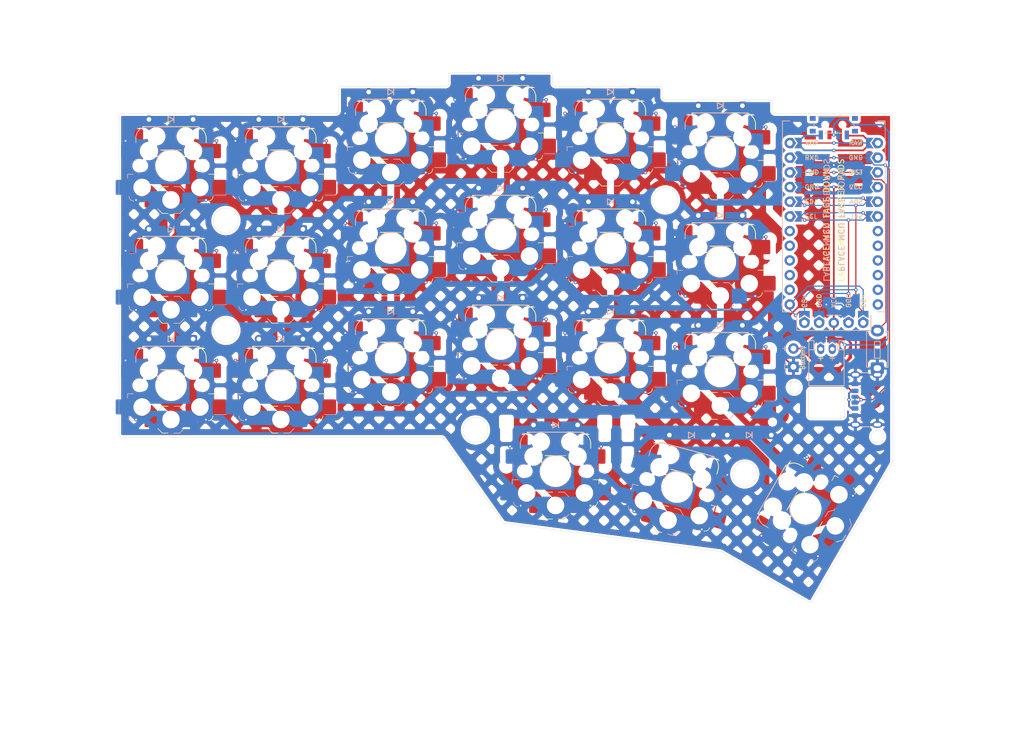
<source format=kicad_pcb>
(kicad_pcb (version 20240108) (generator "pcbnew") (generator_version "8.0")
  (layers (0 "F.Cu" signal) (31 "B.Cu" signal) (34 "B.Paste" user) (35 "F.Paste" user) (36 "B.SilkS" user "B.Silkscreen") (37 "F.SilkS" user "F.Silkscreen") (38 "B.Mask" user) (39 "F.Mask" user) (44 "Edge.Cuts" user))
  (net 0 "")
  (net 1 "row0")
  (net 2 "Net-(D1-A)")
  (net 3 "Net-(D2-A)")
  (net 4 "row1")
  (net 5 "Net-(D3-A)")
  (net 6 "row2")
  (net 7 "Net-(D4-A)")
  (net 8 "Net-(D5-A)")
  (net 9 "Net-(D6-A)")
  (net 10 "Net-(D7-A)")
  (net 11 "Net-(D8-A)")
  (net 12 "Net-(D9-A)")
  (net 13 "Net-(D10-A)")
  (net 14 "Net-(D11-A)")
  (net 15 "Net-(D12-A)")
  (net 16 "Net-(D13-A)")
  (net 17 "row3")
  (net 18 "Net-(D14-A)")
  (net 19 "Net-(D15-A)")
  (net 20 "Net-(D16-A)")
  (net 21 "Net-(D17-A)")
  (net 22 "Net-(D18-A)")
  (net 23 "Net-(D19-A)")
  (net 24 "Net-(D20-A)")
  (net 25 "Net-(D21-A)")
  (net 26 "battery")
  (net 27 "GND")
  (net 29 "VCC")
  (net 30 "SDA")
  (net 31 "SCL")
  (net 32 "CS")
  (net 33 "RAW")
  (net 34 "RST")
  (net 35 "col0")
  (net 36 "col1")
  (net 37 "col2")
  (net 38 "col3")
  (net 39 "col4")
  (net 40 "col5")
  (net 44 "RX")
  (net 46 "unconnected-(U1-D3-TX-Pad1)")
  (footprint "Project:Switch-MX_ChocV2-Reversible-Hotswap" (layer "F.Cu") (at 50 88)
    (property "Reference" "SW3" (hide yes))
    (property "Value" "SW_Push")
  )
  (footprint "Project:Switch-MX_ChocV2-Reversible-Hotswap" (layer "F.Cu") (at 145 47.625)
    (property "Reference" "SW18" (hide yes))
    (property "Value" "SW_Push")
  )
  (footprint "Project:Switch-MX_ChocV2-Reversible-Hotswap" (layer "F.Cu") (at 88 83.25)
    (property "Reference" "SW9" (hide yes))
    (property "Value" "SW_Push")
  )
  (footprint "Project:Switch-MX_ChocV2-Reversible-Hotswap" (layer "F.Cu") (at 69 50)
    (property "Reference" "SW4" (hide yes))
    (property "Value" "SW_Push")
  )
  (footprint "Project:Switch-MX_ChocV2-Reversible-Hotswap" (layer "F.Cu") (at 107 61.875)
    (property "Reference" "SW11" (hide yes))
    (property "Value" "SW_Push")
  )
  (footprint "Project:Switch-MX_ChocV2-Reversible-Hotswap" (layer "F.Cu") (at 50 69)
    (property "Reference" "SW2" (hide yes))
    (property "Value" "SW_Push")
  )
  (footprint "Project:Switch-MX_ChocV2-Reversible-Hotswap" (layer "F.Cu") (at 126 45.25)
    (property "Reference" "SW14" (hide yes))
    (property "Value" "SW_Push")
  )
  (footprint "Project:Switch-MX_ChocV2-Reversible-Hotswap" (layer "F.Cu") (at 88 64.25)
    (property "Reference" "SW8" (hide yes))
    (property "Value" "SW_Push")
  )
  (footprint "Project:Switch-MX_ChocV2-Reversible-Hotswap" (layer "F.Cu") (at 159.75 109.375 60)
    (property "Reference" "SW21" (hide yes))
    (property "Value" "SW_Push")
  )
  (footprint "Project:Switch-MX_ChocV2-Reversible-Hotswap" (layer "F.Cu") (at 137.5 105.625 -15)
    (property "Reference" "SW17" (hide yes))
    (property "Value" "SW_Push")
  )
  (footprint "Project:Switch-MX_ChocV2-Reversible-Hotswap" (layer "F.Cu") (at 50 50)
    (property "Reference" "SW1" (hide yes))
    (property "Value" "SW_Push")
  )
  (footprint "Project:Nice_View" (layer "F.Cu") (at 164.625 77.195)
    (property "Reference" "J2" (hide yes))
    (property "Value" "nice!view")
  )
  (footprint "Project:Pro_Micro-Reversible" (layer "F.Cu") (at 164.625 60.05)
    (property "Reference" "U1" (hide yes))
    (property "Value" "ProMicro")
  )
  (footprint "Project:Switch-MX_ChocV2-Reversible-Hotswap" (layer "F.Cu") (at 69 88)
    (property "Reference" "SW6" (hide yes))
    (property "Value" "SW_Push")
  )
  (footprint "Project:Switch-MX_ChocV2-Reversible-Hotswap" (layer "F.Cu") (at 69 69)
    (property "Reference" "SW5" (hide yes))
    (property "Value" "SW_Push")
  )
  (footprint "Project:JST_PH_S2B-PH-K_1x02_P2.00mm_Horizontal" (layer "F.Cu") (at 162.355 81.73)
    (property "Reference" "J1" (hide yes))
    (property "Value" "Battery Connector")
  )
  (footprint "Project:USB_C_Receptacle_GCT_USB4125-xx-x_6P_TopMnt_Horizontal" (layer "F.Cu") (at 171.35 90.495 90)
    (property "Reference" "J3" (hide yes))
    (property "Value" "USB_C_Receptacle_PowerOnly_6P")
  )
  (footprint "Project:Switch-MX_ChocV2-Reversible-Hotswap" (layer "F.Cu") (at 116.5 102.875)
    (property "Reference" "SW13" (hide yes))
    (property "Value" "SW_Push")
  )
  (footprint "Project:Battery Wire" (layer "F.Cu") (at 157.64 84.815 90)
    (property "Reference" "J4" (hide yes))
    (property "Value" "Battery Wire")
  )
  (footprint "Project:SW_PUSH_1P1T_6x3.5mm_H4.3_APEM_MJTP1243" (layer "F.Cu") (at 172.15 85.045 90)
    (property "Reference" "RSW1" (hide yes))
    (property "Value" "SW_Push")
  )
  (footprint "Project:Switch-MX_ChocV2-Reversible-Hotswap" (layer "F.Cu") (at 145 85.625)
    (property "Reference" "SW20" (hide yes))
    (property "Value" "SW_Push")
  )
  (footprint "Project:Switch-MX_ChocV2-Reversible-Hotswap" (layer "F.Cu") (at 107 42.875)
    (property "Reference" "SW10" (hide yes))
    (property "Value" "SW_Push")
  )
  (footprint "Project:Switch-MX_ChocV2-Reversible-Hotswap" (layer "F.Cu") (at 107 80.875)
    (property "Reference" "SW12" (hide yes))
    (property "Value" "SW_Push")
  )
  (footprint "Project:Switch-MX_ChocV2-Reversible-Hotswap" (layer "F.Cu") (at 126 83.25)
    (property "Reference" "SW16" (hide yes))
    (property "Value" "SW_Push")
  )
  (footprint "Project:Switch-MX_ChocV2-Reversible-Hotswap" (layer "F.Cu") (at 145 66.625)
    (property "Reference" "SW19" (hide yes))
    (property "Value" "SW_Push")
  )
  (footprint "Project:Switch-MX_ChocV2-Reversible-Hotswap" (layer "F.Cu") (at 126 64.25)
    (property "Reference" "SW15" (hide yes))
    (property "Value" "SW_Push")
  )
  (footprint "Project:Switch-MX_ChocV2-Reversible-Hotswap" (layer "F.Cu") (at 88 45.25)
    (property "Reference" "SW7" (hide yes))
    (property "Value" "SW_Push")
  )
  (footprint "Project:Diode-Reversible" (layer "B.Cu") (at 50 80 180)
    (property "Reference" "D3" (hide yes))
    (property "Value" "D")
  )
  (footprint "Project:Diode-Reversible" (layer "B.Cu") (at 145 77.625 180)
    (property "Reference" "D20" (hide yes))
    (property "Value" "D")
  )
  (footprint "Project:Diode-Reversible" (layer "B.Cu") (at 126 37.25 180)
    (property "Reference" "D14" (hide yes))
    (property "Value" "D")
  )
  (footprint "Project:Diode-Reversible" (layer "B.Cu") (at 107 53.875 180)
    (property "Reference" "D11" (hide yes))
    (property "Value" "D")
  )
  (footprint "Project:Diode-Reversible" (layer "B.Cu") (at 145 39.625 180)
    (property "Reference" "D18" (hide yes))
    (property "Value" "D")
  )
  (footprint "Project:Diode-Reversible" (layer "B.Cu") (at 69 42 180)
    (property "Reference" "D4" (hide yes))
    (property "Value" "D")
  )
  (footprint "Project:Diode-Reversible" (layer "B.Cu") (at 50 61 180)
    (property "Reference" "D2" (hide yes))
    (property "Value" "D")
  )
  (footprint "Project:Diode-Reversible" (layer "B.Cu") (at 107 72.875 180)
    (property "Reference" "D12" (hide yes))
    (property "Value" "D")
  )
  (footprint "Project:Diode-Reversible" (layer "B.Cu") (at 88 75.25 180)
    (property "Reference" "D9" (hide yes))
    (property "Value" "D")
  )
  (footprint "Project:Diode-Reversible" (layer "B.Cu") (at 150 96.625 180)
    (property "Reference" "D21" (hide yes))
    (property "Value" "D")
  )
  (footprint "Project:Diode-Reversible" (layer "B.Cu") (at 145 58.625 180)
    (property "Reference" "D19" (hide yes))
    (property "Value" "D")
  )
  (footprint "Project:Diode-Reversible" (layer "B.Cu") (at 116.5 94.875 180)
    (property "Reference" "D13" (hide yes))
    (property "Value" "D")
  )
  (footprint "Project:Diode-Reversible" (layer "B.Cu") (at 88 37.25 180)
    (property "Reference" "D7" (hide yes))
    (property "Value" "D")
  )
  (footprint "Project:Diode-Reversible" (layer "B.Cu") (at 126 75.25 180)
    (property "Reference" "D16" (hide yes))
    (property "Value" "D")
  )
  (footprint "Project:SW_SPDT_PCM12" (layer "B.Cu") (at 164.625 43.25)
    (property "Reference" "PSW1" (hide yes))
    (property "Value" "SW_SPDT")
  )
  (footprint "Project:Diode-Reversible" (layer "B.Cu") (at 50 42 180)
    (property "Reference" "D1" (hide yes))
    (property "Value" "D")
  )
  (footprint "Project:Diode-Reversible" (layer "B.Cu") (at 69 61 180)
    (property "Reference" "D5" (hide yes))
    (property "Value" "D")
  )
  (footprint "Project:Diode-Reversible" (layer "B.Cu") (at 107 34.875 180)
    (property "Reference" "D10" (hide yes))
    (property "Value" "D")
  )
  (footprint "Project:Diode-Reversible" (layer "B.Cu") (at 126 56.25 180)
    (property "Reference" "D15" (hide yes))
    (property "Value" "D")
  )
  (footprint "Project:Diode-Reversible" (layer "B.Cu") (at 88 56.25 180)
    (property "Reference" "D8" (hide yes))
    (property "Value" "D")
  )
  (footprint "Project:Diode-Reversible" (layer "B.Cu") (at 69 80 180)
    (property "Reference" "D6" (hide yes))
    (property "Value" "D")
  )
  (footprint "Project:Diode-Reversible" (layer "B.Cu") (at 140 96.625 180)
    (property "Reference" "D17" (hide yes))
    (property "Value" "D")
  )
  (gr_arc (start 98.000001 35.749998) (mid 97.853554 36.103553) (end 97.499999 36.25) (stroke (width 0.05)) (layer "Edge.Cuts"))
  (gr_line (start 107.717337 111.903383) (end 144.981882 116.769934) (stroke (width 0.05)) (layer "Edge.Cuts"))
  (gr_arc (start 78.999999 36.75) (mid 79.146446 36.396444) (end 79.500002 36.249999) (stroke (width 0.05)) (layer "Edge.Cuts"))
  (gr_circle (center 172.21 96.88) (end 173.31 96.88) (stroke (width 0.05)) (fill none) (layer "Edge.Cuts"))
  (gr_line (start 97.499999 36.25) (end 79.500002 36.249999) (stroke (width 0.05)) (layer "Edge.Cuts"))
  (gr_arc (start 107.717337 111.903383) (mid 107.523732 111.835674) (end 107.373599 111.695934) (stroke (width 0.05)) (layer "Edge.Cuts"))
  (gr_line (start 174.75 101.260262) (end 174.75 41.5) (stroke (width 0.05)) (layer "Edge.Cuts"))
  (gr_line (start 166.022 88.625) (end 160.688 88.625) (stroke (width 0.05)) (layer "Edge.Cuts"))
  (gr_line (start 154.000001 40.499999) (end 153.999999 39.125) (stroke (width 0.05)) (layer "Edge.Cuts"))
  (gr_arc (start 115.499999 33.874999) (mid 115.853553 34.021446) (end 116 34.375) (stroke (width 0.05)) (layer "Edge.Cuts"))
  (gr_line (start 78.499999 40.999999) (end 41.5 40.999998) (stroke (width 0.05)) (layer "Edge.Cuts"))
  (gr_arc (start 154.500002 40.999999) (mid 154.146449 40.853552) (end 154.000001 40.499999) (stroke (width 0.05)) (layer "Edge.Cuts"))
  (gr_line (start 153.499998 38.624999) (end 135.500001 38.624999) (stroke (width 0.05)) (layer "Edge.Cuts"))
  (gr_line (start 160.919229 125.349837) (end 174.683013 101.510263) (stroke (width 0.05)) (layer "Edge.Cuts"))
  (gr_circle (center 157.778 88.359) (end 158.878 88.359) (stroke (width 0.05)) (fill none) (layer "Edge.Cuts"))
  (gr_arc (start 96.740922 96.999999) (mid 96.970954 97.056056) (end 97.149407 97.211658) (stroke (width 0.05)) (layer "Edge.Cuts"))
  (gr_line (start 115.499999 33.874999) (end 98.5 33.874999) (stroke (width 0.05)) (layer "Edge.Cuts"))
  (gr_line (start 41 41.5) (end 41 96.499998) (stroke (width 0.05)) (layer "Edge.Cuts"))
  (gr_line (start 135 38.124998) (end 135 36.750001) (stroke (width 0.05)) (layer "Edge.Cuts"))
  (gr_arc (start 116.500002 36.249999) (mid 116.146448 36.103552) (end 116.000001 35.749998) (stroke (width 0.05)) (layer "Edge.Cuts"))
  (gr_arc (start 41.5 96.999999) (mid 41.146446 96.853552) (end 41 96.499998) (stroke (width 0.05)) (layer "Edge.Cuts"))
  (gr_line (start 134.499999 36.249999) (end 116.500002 36.249999) (stroke (width 0.05)) (layer "Edge.Cuts"))
  (gr_arc (start 174.75 101.260262) (mid 174.732963 101.389672) (end 174.683013 101.510263) (stroke (width 0.05)) (layer "Edge.Cuts"))
  (gr_line (start 97.149407 97.211658) (end 107.373599 111.695934) (stroke (width 0.05)) (layer "Edge.Cuts"))
  (gr_line (start 160.18 93.197) (end 160.18 89.133) (stroke (width 0.05)) (layer "Edge.Cuts"))
  (gr_circle (center 102.657 95.74) (end 104.807 95.74) (stroke (width 0.05)) (fill none) (layer "Edge.Cuts"))
  (gr_line (start 166.53 93.197) (end 166.53 89.133) (stroke (width 0.05)) (layer "Edge.Cuts"))
  (gr_arc (start 98 34.375) (mid 98.146447 34.021447) (end 98.5 33.874999) (stroke (width 0.05)) (layer "Edge.Cuts"))
  (gr_line (start 98 34.375) (end 98.000001 35.749998) (stroke (width 0.05)) (layer "Edge.Cuts"))
  (gr_circle (center 59.5 59.5) (end 61.65 59.5) (stroke (width 0.05)) (fill none) (layer "Edge.Cuts"))
  (gr_line (start 160.688 93.705) (end 166.022 93.705) (stroke (width 0.05)) (layer "Edge.Cuts"))
  (gr_circle (center 135.5 55.9375) (end 137.65 55.9375) (stroke (width 0.05)) (fill none) (layer "Edge.Cuts"))
  (gr_arc (start 166.022 88.625) (mid 166.38121 88.77379) (end 166.53 89.133) (stroke (width 0.05)) (layer "Edge.Cuts"))
  (gr_arc (start 135.500001 38.624999) (mid 135.146447 38.478552) (end 135 38.124998) (stroke (width 0.05)) (layer "Edge.Cuts"))
  (gr_arc (start 174.249999 40.999999) (mid 174.603553 41.146446) (end 174.75 41.5) (stroke (width 0.05)) (layer "Edge.Cuts"))
  (gr_line (start 41.5 96.999999) (end 96.740922 96.999999) (stroke (width 0.05)) (layer "Edge.Cuts"))
  (gr_line (start 78.999999 36.75) (end 78.999999 40.499998) (stroke (width 0.05)) (layer "Edge.Cuts"))
  (gr_arc (start 160.919229 125.349837) (mid 160.615627 125.582799) (end 160.236219 125.532849) (stroke (width 0.05)) (layer "Edge.Cuts"))
  (gr_line (start 145.167135 116.832712) (end 160.236219 125.532849) (stroke (width 0.05)) (layer "Edge.Cuts"))
  (gr_arc (start 166.53 93.197) (mid 166.38121 93.55621) (end 166.022 93.705) (stroke (width 0.05)) (layer "Edge.Cuts"))
  (gr_circle (center 59.5 78.5) (end 61.65 78.5) (stroke (width 0.05)) (fill none) (layer "Edge.Cuts"))
  (gr_circle (center 149.223 103.355) (end 151.373 103.355) (stroke (width 0.05)) (fill none) (layer "Edge.Cuts"))
  (gr_arc (start 144.981882 116.769934) (mid 145.077609 116.792175) (end 145.167135 116.832712) (stroke (width 0.05)) (layer "Edge.Cuts"))
  (gr_arc (start 41 41.5) (mid 41.146446 41.146446) (end 41.5 40.999998) (stroke (width 0.05)) (layer "Edge.Cuts"))
  (gr_arc (start 153.499998 38.624999) (mid 153.853552 38.771446) (end 153.999999 39.125) (stroke (width 0.05)) (layer "Edge.Cuts"))
  (gr_arc (start 160.688 93.705) (mid 160.32879 93.55621) (end 160.18 93.197) (stroke (width 0.05)) (layer "Edge.Cuts"))
  (gr_arc (start 160.18 89.133) (mid 160.32879 88.77379) (end 160.688 88.625) (stroke (width 0.05)) (layer "Edge.Cuts"))
  (gr_arc (start 78.999999 40.499998) (mid 78.853553 40.853552) (end 78.499999 40.999999) (stroke (width 0.05)) (layer "Edge.Cuts"))
  (gr_line (start 174.249999 40.999999) (end 154.500002 40.999999) (stroke (width 0.05)) (layer "Edge.Cuts"))
  (gr_line (start 116.000001 35.749998) (end 116 34.375) (stroke (width 0.05)) (layer "Edge.Cuts"))
  (gr_arc (start 134.499999 36.249999) (mid 134.853554 36.396446) (end 135 36.750001) (stroke (width 0.05)) (layer "Edge.Cuts"))
  (segment (start 164.625 44.68) (end 163.875 44.68) (width 0.3) (layer "F.Cu") (net 26))
  (segment (start 158.91 81.64) (end 157.64 81.64) (width 0.3) (layer "F.Cu") (net 26))
  (segment (start 166.53 81.005) (end 166.53 82.91) (width 0.3) (layer "F.Cu") (net 26))
  (segment (start 165.26 84.18) (end 161.45 84.18) (width 0.3) (layer "F.Cu") (net 26))
  (segment (start 161.45 84.18) (end 160.18 82.91) (width 0.3) (layer "F.Cu") (net 26))
  (segment (start 166.53 82.91) (end 165.26 84.18) (width 0.3) (layer "F.Cu") (net 26))
  (segment (start 160.18 82.91) (end 158.91 81.64) (width 0.3) (layer "F.Cu") (net 26))
  (segment (start 162.355 80.23) (end 160.955 80.23) (width 0.3) (layer "F.Cu") (net 26))
  (segment (start 160.18 81.005) (end 160.18 82.91) (width 0.3) (layer "F.Cu") (net 26))
  (segment (start 160.955 80.23) (end 160.18 81.005) (width 0.3) (layer "F.Cu") (net 26))
  (via (at 164.625 44.68) (size 0.6) (drill 0.3) (layers "F.Cu" "B.Cu") (net 26))
  (via (at 166.53 81.005) (size 0.6) (drill 0.3) (layers "F.Cu" "B.Cu") (net 26))
  (segment (start 172.88 42.905) (end 167.8 42.905) (width 0.3) (layer "B.Cu") (net 26))
  (segment (start 174.15 44.175) (end 172.88 42.905) (width 0.3) (layer "B.Cu") (net 26))
  (segment (start 164.625 44.68) (end 165.375 44.68) (width 0.3) (layer "B.Cu") (net 26))
  (segment (start 174.15 50.159239) (end 174.15 44.175) (width 0.3) (layer "B.Cu") (net 26))
  (segment (start 166.53 81.005) (end 172.88 81.005) (width 0.3) (layer "B.Cu") (net 26))
  (segment (start 165.5775 41.9525) (end 164.625 42.905) (width 0.3) (layer "B.Cu") (net 26))
  (segment (start 172.88 81.005) (end 173.95 79.935) (width 0.3) (layer "B.Cu") (net 26))
  (segment (start 173.95 79.935) (end 173.95 50.359239) (width 0.3) (layer "B.Cu") (net 26))
  (segment (start 164.625 42.905) (end 164.625 44.68) (width 0.3) (layer "B.Cu") (net 26))
  (segment (start 173.95 50.359239) (end 174.15 50.159239) (width 0.3) (layer "B.Cu") (net 26))
  (segment (start 166.8475 41.9525) (end 165.5775 41.9525) (width 0.3) (layer "B.Cu") (net 26))
  (segment (start 167.8 42.905) (end 166.8475 41.9525) (width 0.3) (layer "B.Cu") (net 26))
  (segment (start 165.755 80.23) (end 164.355 80.23) (width 0.3) (layer "B.Cu") (net 26))
  (segment (start 166.53 81.005) (end 165.755 80.23) (width 0.3) (layer "B.Cu") (net 26))
  (segment (start 158.91 50.525) (end 158.91 51.16) (width 0.3) (layer "F.Cu") (net 27))
  (segment (start 164.625 49.89) (end 159.545 49.89) (width 0.3) (layer "F.Cu") (net 27))
  (segment (start 160.815 74.02) (end 158.91 74.02) (width 0.3) (layer "F.Cu") (net 27))
  (segment (start 168.35 86.175) (end 168.27 86.255) (width 0.3) (layer "F.Cu") (net 27))
  (segment (start 162.085 75.29) (end 160.815 74.02) (width 0.3) (layer "F.Cu") (net 27))
  (segment (start 168.27 93.245) (end 168.27 94.735) (width 0.3) (layer "F.Cu") (net 27))
  (segment (start 164.625 49.89) (end 169.705 49.89) (width 0.3) (layer "F.Cu") (net 27))
  (segment (start 158.91 74.02) (end 157.005 75.925) (width 0.3) (layer "F.Cu") (net 27))
  (segment (start 168.27 86.255) (end 168.27 87.745) (width 0.3) (layer "F.Cu") (net 27))
  (segment (start 155.989 83.164) (end 157.64 84.815) (width 0.3) (layer "F.Cu") (net 27))
  (segment (start 162.733193 79.1) (end 163.354999 79.721806) (width 0.3) (layer "F.Cu") (net 27))
  (segment (start 157.64 79.1) (end 162.733193 79.1) (width 0.3) (layer "F.Cu") (net 27))
  (segment (start 163.354999 79.721806) (end 163.863193 80.23) (width 0.3) (layer "F.Cu") (net 27))
  (segment (start 163.863193 80.23) (end 164.355 80.23) (width 0.3) (layer "F.Cu") (net 27))
  (segment (start 155.989 79.481) (end 155.989 83.164) (width 0.3) (layer "F.Cu") (net 27))
  (segment (start 158.91 51.16) (end 158.91 53.7) (width 0.3) (layer "F.Cu") (net 27))
  (segment (start 163.34 74.035) (end 162.085 75.29) (width 0.3) (layer "F.Cu") (net 27))
  (segment (start 157.005 78.465) (end 157.64 79.1) (width 0.3) (layer "F.Cu") (net 27))
  (segment (start 169.705 49.89) (end 170.34 49.255) (width 0.3) (layer "F.Cu") (net 27))
  (segment (start 157.005 75.925) (end 157.005 78.465) (width 0.3) (layer "F.Cu") (net 27))
  (segment (start 159.545 49.89) (end 158.91 50.525) (width 0.3) (layer "F.Cu") (net 27))
  (segment (start 170.34 49.255) (end 170.34 48.62) (width 0.3) (layer "F.Cu") (net 27))
  (segment (start 168.27 94.735) (end 168.35 94.815) (width 0.3) (layer "F.Cu") (net 27))
  (segment (start 157.005 78.465) (end 155.989 79.481) (width 0.3) (layer "F.Cu") (net 27))
  (via (at 163.354999 79.721806) (size 0.6) (drill 0.3) (layers "F.Cu" "B.Cu") (net 27))
  (via (at 164.625 49.89) (size 0.6) (drill 0.3) (layers "F.Cu" "B.Cu") (net 27))
  (via (at 163.34 74.035) (size 0.6) (drill 0.3) (layers "F.Cu" "B.Cu") (net 27))
  (segment (start 165.91 74.035) (end 167.18 75.305) (width 0.3) (layer "B.Cu") (net 27))
  (segment (start 163.354999 79.721806) (end 162.846805 80.23) (width 0.3) (layer "B.Cu") (net 27))
  (segment (start 170.34 50.525) (end 170.34 51.16) (width 0.3) (layer "B.Cu") (net 27))
  (segment (start 168.27 86.255) (end 168.27 87.745) (width 0.3) (layer "B.Cu") (net 27))
  (segment (start 168.35 94.815) (end 168.27 94.735) (width 0.3) (layer "B.Cu") (net 27))
  (segment (start 164.625 49.89) (end 159.545 49.89) (width 0.3) (layer "B.Cu") (net 27))
  (segment (start 159.545 49.89) (end 158.91 49.255) (width 0.3) (layer "B.Cu") (net 27))
  (segment (start 169.705 49.89) (end 170.34 50.525) (width 0.3) (layer "B.Cu") (net 27))
  (segment (start 168.35 86.175) (end 172.15 86.175) (width 0.3) (layer "B.Cu") (net 27))
  (segment (start 172.15 86.175) (end 172.15 85.045) (width 0.3) (layer "B.Cu") (net 27))
  (segment (start 162.846805 80.23) (end 162.355 80.23) (width 0.3) (layer "B.Cu") (net 27))
  (segment (start 170.34 51.16) (end 170.34 53.7) (width 0.3) (layer "B.Cu") (net 27))
  (segment (start 163.34 74.035) (end 165.91 74.035) (width 0.3) (layer "B.Cu") (net 27))
  (segment (start 168.27 94.735) (end 168.27 93.245) (width 0.3) (layer "B.Cu") (net 27))
  (segment (start 168.35 86.175) (end 168.27 86.255) (width 0.3) (layer "B.Cu") (net 27))
  (segment (start 164.625 49.89) (end 169.705 49.89) (width 0.3) (layer "B.Cu") (net 27))
  (segment (start 158.91 49.255) (end 158.91 48.62) (width 0.3) (layer "B.Cu") (net 27))
  (segment (start 172.15 94.815) (end 168.35 94.815) (width 0.3) (layer "B.Cu") (net 27))
  (segment (start 167.25 90.495) (end 167.25 89.395) (width 0.3) (layer "F.Cu") (net 29))
  (segment (start 167.25 89.395) (end 167.67 88.975) (width 0.3) (layer "F.Cu") (net 29))
  (segment (start 167.67 88.975) (end 168.27 88.975) (width 0.3) (layer "F.Cu") (net 29))
  (segment (start 168.435 83.545) (end 166.53 85.45) (width 0.3) (layer "F.Cu") (net 29))
  (segment (start 164.625 77.195) (end 164.625 78.465) (width 0.3) (layer "F.Cu") (net 29))
  (segment (start 167.165 79.1) (end 168.435 80.37) (width 0.3) (layer "F.Cu") (net 29))
  (segment (start 167.25 91.595) (end 167.67 92.015) (width 0.3) (layer "F.Cu") (net 29))
  (segment (start 164.625 53.7) (end 164.625 77.195) (width 0.3) (layer "F.Cu") (net 29))
  (segment (start 167.67 92.015) (end 168.27 92.015) (width 0.3) (layer "F.Cu") (net 29))
  (segment (start 167.25 90.495) (end 167.25 91.595) (width 0.3) (layer "F.Cu") (net 29))
  (segment (start 165.26 79.1) (end 167.165 79.1) (width 0.3) (layer "F.Cu") (net 29))
  (segment (start 164.625 53.7) (end 164.61 53.715) (width 0.3) (layer "F.Cu") (net 29))
  (segment (start 164.625 78.465) (end 165.26 79.1) (width 0.3) (layer "F.Cu") (net 29))
  (segment (start 166.53 85.45) (end 166.53 87.835) (width 0.3) (layer "F.Cu") (net 29))
  (segment (start 166.53 87.835) (end 167.67 88.975) (width 0.3) (layer "F.Cu") (net 29))
  (segment (start 168.435 80.37) (end 168.435 83.545) (width 0.3) (layer "F.Cu") (net 29))
  (segment (start 170.34 53.7) (end 164.625 53.7) (width 0.3) (layer "F.Cu") (net 29))
  (via (at 164.625 53.7) (size 0.6) (drill 0.3) (layers "F.Cu" "B.Cu") (net 29))
  (via (at 167.25 90.495) (size 0.6) (drill 0.3) (layers "F.Cu" "B.Cu") (net 29))
  (segment (start 167.25 91.595) (end 167.25 90.495) (width 0.3) (layer "B.Cu") (net 29))
  (segment (start 167.25 90.495) (end 167.25 89.395) (width 0.3) (layer "B.Cu") (net 29))
  (segment (start 167.25 89.395) (end 167.67 88.975) (width 0.3) (layer "B.Cu") (net 29))
  (segment (start 168.27 92.015) (end 167.67 92.015) (width 0.3) (layer "B.Cu") (net 29))
  (segment (start 167.67 88.975) (end 168.27 88.975) (width 0.3) (layer "B.Cu") (net 29))
  (segment (start 167.67 92.015) (end 167.25 91.595) (width 0.3) (layer "B.Cu") (net 29))
  (segment (start 164.625 53.7) (end 158.91 53.7) (width 0.3) (layer "B.Cu") (net 29))
  (segment (start 168.435 74.02) (end 169.705 75.29) (width 0.2) (layer "F.Cu") (net 30))
  (segment (start 159.56 56.875) (end 159.545 56.875) (width 0.2) (layer "F.Cu") (net 30))
  (segment (start 168.435 71.48) (end 168.435 74.02) (width 0.2) (layer "F.Cu") (net 30))
  (segment (start 168.435 71.48) (end 168.435 56.875) (width 0.2) (layer "F.Cu") (net 30))
  (segment (start 159.545 56.875) (end 158.91 56.24) (width 0.2) (layer "F.Cu") (net 30))
  (via (at 159.56 56.875) (size 0.6) (drill 0.3) (layers "F.Cu" "B.Cu") (net 30))
  (via (at 168.435 56.875) (size 0.6) (drill 0.3) (layers "F.Cu" "B.Cu") (net 30))
  (via (at 168.435 71.48) (size 0.6) (drill 0.3) (layers "F.Cu" "B.Cu") (net 30))
  (segment (start 169.705 56.875) (end 170.34 56.24) (width 0.2) (layer "B.Cu") (net 30))
  (segment (start 168.435 56.875) (end 169.705 56.875) (width 0.2) (layer "B.Cu") (net 30))
  (segment (start 160.815 71.48) (end 159.545 72.75) (width 0.2) (layer "B.Cu") (net 30))
  (segment (start 159.545 72.75) (end 159.545 75.29) (width 0.2) (layer "B.Cu") (net 30))
  (segment (start 168.435 71.48) (end 160.815 71.48) (width 0.2) (layer "B.Cu") (net 30))
  (segment (start 159.56 56.875) (end 168.435 56.875) (width 0.2) (layer "B.Cu") (net 30))
  (segment (start 159.545 59.415) (end 158.91 58.78) (width 0.2) (layer "F.Cu") (net 31))
  (segment (start 167.165 59.415) (end 167.165 72.115) (width 0.2) (layer "F.Cu") (net 31))
  (segment (start 159.56 59.415) (end 159.545 59.415) (width 0.2) (layer "F.Cu") (net 31))
  (segment (start 167.165 75.29) (end 167.165 72.115) (width 0.2) (layer "F.Cu") (net 31))
  (via (at 167.165 59.415) (size 0.6) (drill 0.3) (layers "F.Cu" "B.Cu") (net 31))
  (via (at 167.165 72.115) (size 0.6) (drill 0.3) (layers "F.Cu" "B.Cu") (net 31))
  (via (at 159.56 59.415) (size 0.6) (drill 0.3) (layers "F.Cu" "B.Cu") (net 31))
  (segment (start 167.165 72.115) (end 162.72 72.115) (width 0.2) (layer "B.Cu") (net 31))
  (segment (start 162.72 72.115) (end 162.085 72.75) (width 0.2) (layer "B.Cu") (net 31))
  (segment (start 162.085 72.75) (end 162.085 75.29) (width 0.2) (layer "B.Cu") (net 31))
  (segment (start 159.56 59.415) (end 167.165 59.415) (width 0.2) (layer "B.Cu") (net 31))
  (segment (start 167.165 59.415) (end 169.705 59.415) (width 0.2) (layer "B.Cu") (net 31))
  (segment (start 169.705 59.415) (end 170.34 58.78) (width 0.2) (layer "B.Cu") (net 31))
  (segment (start 158.656 75.29) (end 159.545 75.29) (width 0.2) (layer "F.Cu") (net 32))
  (segment (start 158.021 75.925) (end 158.656 75.29) (width 0.2) (layer "F.Cu") (net 32))
  (via (at 158.021 75.925) (size 0.6) (drill 0.3) (layers "F.Cu" "B.Cu") (net 32))
  (segment (start 169.705 71.48) (end 169.705 75.29) (width 0.2) (layer "B.Cu") (net 32))
  (segment (start 157.005 74.02) (end 160.18 70.845) (width 0.2) (layer "B.Cu") (net 32))
  (segment (start 158.021 75.925) (end 157.005 74.909) (width 0.2) (layer "B.Cu") (net 32))
  (segment (start 160.18 70.845) (end 169.07 70.845) (width 0.2) (layer "B.Cu") (net 32))
  (segment (start 157.005 74.909) (end 157.005 74.02) (width 0.2) (layer "B.Cu") (net 32))
  (segment (start 169.07 70.845) (end 169.705 71.48) (width 0.2) (layer "B.Cu") (net 32))
  (segment (start 170.34 46.715) (end 170.34 46.08) (width 0.3) (layer "F.Cu") (net 33))
  (segment (start 167.005 44.81) (end 166.875 44.68) (width 0.3) (layer "F.Cu") (net 33))
  (segment (start 169.705 47.35) (end 170.34 46.715) (width 0.3) (layer "F.Cu") (net 33))
  (segment (start 170.34 46.08) (end 170.34 45.445) (width 0.3) (layer "F.Cu") (net 33))
  (segment (start 170.34 45.445) (end 169.705 44.81) (width 0.3) (layer "F.Cu") (net 33))
  (segment (start 169.705 44.81) (end 167.005 44.81) (width 0.3) (layer "F.Cu") (net 33))
  (segment (start 164.625 47.35) (end 169.705 47.35) (width 0.3) (layer "F.Cu") (net 33))
  (via (at 164.625 47.35) (size 0.6) (drill 0.3) (layers "F.Cu" "B.Cu") (net 33))
  (segment (start 162.375 44.68) (end 162.245 44.81) (width 0.3) (layer "B.Cu") (net 33))
  (segment (start 162.245 44.81) (end 159.545 44.81) (width 0.3) (layer "B.Cu") (net 33))
  (segment (start 159.545 47.35) (end 158.91 46.715) (width 0.3) (layer "B.Cu") (net 33))
  (segment (start 158.91 45.445) (end 158.91 46.08) (width 0.3) (layer "B.Cu") (net 33))
  (segment (start 159.545 44.81) (end 158.91 45.445) (width 0.3) (layer "B.Cu") (net 33))
  (segment (start 158.91 46.715) (end 158.91 46.08) (width 0.3) (layer "B.Cu") (net 33))
  (segment (start 164.625 47.35) (end 159.545 47.35) (width 0.3) (layer "B.Cu") (net 33))
  (segment (start 173.65 77.045) (end 172.15 78.545) (width 0.2) (layer "F.Cu") (net 34))
  (segment (start 170.34 51.16) (end 171.61 52.43) (width 0.2) (layer "F.Cu") (net 34))
  (segment (start 172.8425 52.43) (end 173.65 53.2375) (width 0.2) (layer "F.Cu") (net 34))
  (segment (start 170.34 51.16) (end 164.625 51.16) (width 0.2) (layer "F.Cu") (net 34))
  (segment (start 171.61 52.43) (end 172.8425 52.43) (width 0.2) (layer "F.Cu") (net 34))
  (segment (start 173.65 53.2375) (end 173.65 77.045) (width 0.2) (layer "F.Cu") (net 34))
  (via (at 164.625 51.16) (size 0.6) (drill 0.3) (layers "F.Cu" "B.Cu") (net 34))
  (segment (start 164.625 51.16) (end 158.91 51.16) (width 0.2) (layer "B.Cu") (net 34))
  (segment (start 169.705 55.605) (end 170.34 56.24) (width 0.2) (layer "F.Cu") (net 35))
  (segment (start 169.69 55.605) (end 169.705 55.605) (width 0.2) (layer "F.Cu") (net 35))
  (via (at 169.69 55.605) (size 0.6) (drill 0.3) (layers "F.Cu" "B.Cu") (net 35))
  (segment (start 159.545 55.605) (end 158.91 56.24) (width 0.2) (layer "B.Cu") (net 35))
  (segment (start 169.69 55.605) (end 159.545 55.605) (width 0.2) (layer "B.Cu") (net 35))
  (segment (start 169.705 58.145) (end 170.34 58.78) (width 0.2) (layer "F.Cu") (net 36))
  (segment (start 169.69 58.145) (end 169.705 58.145) (width 0.2) (layer "F.Cu") (net 36))
  (via (at 169.69 58.145) (size 0.6) (drill 0.3) (layers "F.Cu" "B.Cu") (net 36))
  (segment (start 159.545 58.145) (end 158.91 58.78) (width 0.2) (layer "B.Cu") (net 36))
  (segment (start 169.69 58.145) (end 159.545 58.145) (width 0.2) (layer "B.Cu") (net 36))
  (segment (start 174.25 50.64) (end 173.5 49.89) (width 0.2) (layer "F.Cu") (net 44))
  (segment (start 168.27 90.995) (end 168.27 89.995) (width 0.2) (layer "F.Cu") (net 44))
  (segment (start 169.35 90.495) (end 168.85 89.995) (width 0.2) (layer "F.Cu") (net 44))
  (segment (start 169.35 90.495) (end 171.35 90.495) (width 0.2) (layer "F.Cu") (net 44))
  (segment (start 171.35 90.495) (end 174.25 87.595) (width 0.2) (layer "F.Cu") (net 44))
  (segment (start 174.25 87.595) (end 174.25 50.64) (width 0.2) (layer "F.Cu") (net 44))
  (segment (start 168.85 89.995) (end 168.27 89.995) (width 0.2) (layer "F.Cu") (net 44))
  (segment (start 164.625 48.62) (end 158.905 48.62) (width 0.2) (layer "F.Cu") (net 44))
  (via (at 173.5 49.89) (size 0.6) (drill 0.3) (layers "F.Cu" "B.Cu") (net 44))
  (via (at 169.35 90.495) (size 0.6) (drill 0.3) (layers "F.Cu" "B.Cu") (net 44))
  (via (at 164.625 48.62) (size 0.6) (drill 0.3) (layers "F.Cu" "B.Cu") (net 44))
  (segment (start 164.625 48.62) (end 170.345 48.62) (width 0.2) (layer "B.Cu") (net 44))
  (segment (start 168.27 89.995) (end 168.27 90.995) (width 0.2) (layer "B.Cu") (net 44))
  (segment (start 168.85 90.995) (end 169.35 90.495) (width 0.2) (layer "B.Cu") (net 44))
  (segment (start 173.515 49.89) (end 173.5 49.89) (width 0.2) (layer "B.Cu") (net 44))
  (segment (start 172.88 49.89) (end 173.515 49.89) (width 0.2) (layer "B.Cu") (net 44))
  (segment (start 170.345 48.62) (end 171.61 49.885) (width 0.2) (layer "B.Cu") (net 44))
  (segment (start 168.27 90.995) (end 168.85 90.995) (width 0.2) (layer "B.Cu") (net 44))
  (segment (start 171.61 49.885) (end 171.61 49.89) (width 0.2) (layer "B.Cu") (net 44))
  (segment (start 171.61 49.89) (end 172.88 49.89) (width 0.2) (layer "B.Cu") (net 44))
  (segment (start 158.91 46.08) (end 164.625 46.08) (width 0.2) (layer "F.Cu") (net 46))
  (via (at 164.625 46.08) (size 0.6) (drill 0.3) (layers "F.Cu" "B.Cu") (net 46))
  (segment (start 164.625 46.08) (end 170.34 46.08) (width 0.2) (layer "B.Cu") (net 46))
  (zone (net 27) (net_name "GND") (layers "F&B.Cu") (connect_pads (clearance 0.5)) (min_thickness 0.25) (fill yes (mode hatch) (thermal_gap 0.5) (thermal_bridge_width 0.5) (hatch_thickness 1) (hatch_gap 1.5) (hatch_orientation 45) (hatch_smoothing_level 3) (hatch_smoothing_value 0.5) (hatch_border_algorithm hatch_thickness) (hatch_min_hole_area 0.3))
    (polygon (pts (xy 25.025 21.33) (xy 187.225 22.13) (xy 197.525 148.53) (xy 20.425 134.03)))
  )
)
</source>
